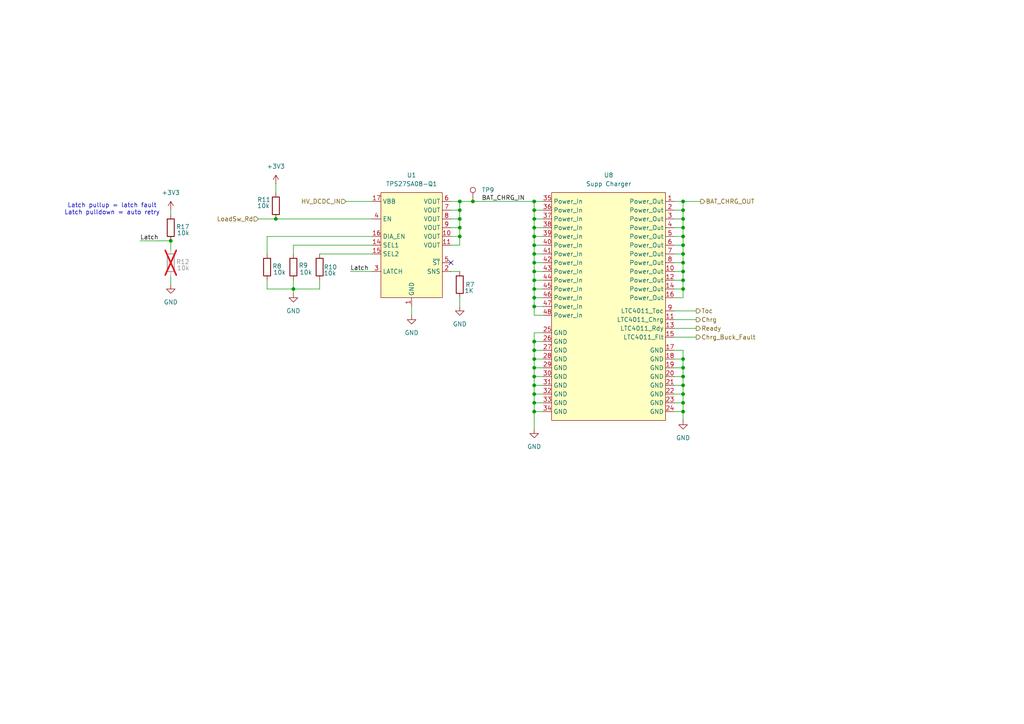
<source format=kicad_sch>
(kicad_sch (version 20250114) (generator "eeschema") (generator_version "9.0")
  (paper "A4")
  (lib_symbols
    (symbol "Connector:TestPoint" (pin_numbers (hide yes)) (pin_names (offset 0.762) (hide yes))
      (property "Reference" "TP" (at 0 6.858 0))
      (property "Value" "TestPoint" (at 0 5.08 0))
      (symbol "TestPoint_0_1"
        (circle (center 0 3.302) (radius 0.762))
      )
      (symbol "TestPoint_1_1"
        (pin passive line (at 0 0 90) (length 2.54) (name "1") (number "1"))
      )
    )
    (symbol "Device:R" (pin_numbers (hide yes)) (pin_names (offset 0))
      (property "Reference" "R" (at 2.032 0 90))
      (property "Value" "R" (at 0 0 90))
      (symbol "R_0_1"
        (rectangle (start -1.016 -2.54) (end 1.016 2.54) (stroke (width 0.254)))
      )
      (symbol "R_1_1"
        (pin passive line (at 0 3.81 270) (length 1.27) (name "~") (number "1"))
        (pin passive line (at 0 -3.81 90) (length 1.27) (name "~") (number "2"))
      )
    )
    (symbol "LED_1" (pin_numbers (hide yes)) (pin_names (offset 1.016) (hide yes))
      (property "Reference" "D" (at 0 2.54 0))
      (property "Value" "LED" (at 0 -2.54 0))
      (symbol "LED_1_0_1"
        (polyline (pts (xy -3.048 -0.762) (xy -4.572 -2.286) (xy -3.81 -2.286) (xy -4.572 -2.286) (xy -4.572 -1.524)))
        (polyline (pts (xy -1.778 -0.762) (xy -3.302 -2.286) (xy -2.54 -2.286) (xy -3.302 -2.286) (xy -3.302 -1.524)))
        (polyline (pts (xy -1.27 0) (xy 1.27 0)))
        (polyline (pts (xy -1.27 -1.27) (xy -1.27 1.27)) (stroke (width 0.254)))
        (polyline (pts (xy 1.27 -1.27) (xy 1.27 1.27) (xy -1.27 0) (xy 1.27 -1.27)) (stroke (width 0.254)))
      )
      (symbol "LED_1_1_1"
        (pin passive line (at -3.81 0 0) (length 2.54) (name "K") (number "1"))
        (pin passive line (at 3.81 0 180) (length 2.54) (name "A") (number "2"))
      )
    )
    (symbol "LV-Carrier:Supp_Charger"
      (property "Reference" "U" (at 0 32.004 0))
      (property "Value" "Supp Charger" (at 0 0 0))
      (symbol "Supp_Charger_1_1"
        (rectangle (start -16.51 30.48) (end 16.51 -35.56) (fill (type background)))
        (pin input line (at -19.05 27.94 0) (length 2.54) (name "Power_In") (number "35"))
        (pin input line (at -19.05 25.4 0) (length 2.54) (name "Power_In") (number "36"))
        (pin input line (at -19.05 22.86 0) (length 2.54) (name "Power_In") (number "37"))
        (pin input line (at -19.05 20.32 0) (length 2.54) (name "Power_In") (number "38"))
        (pin input line (at -19.05 17.78 0) (length 2.54) (name "Power_In") (number "39"))
        (pin input line (at -19.05 15.24 0) (length 2.54) (name "Power_In") (number "40"))
        (pin input line (at -19.05 12.7 0) (length 2.54) (name "Power_In") (number "41"))
        (pin input line (at -19.05 10.16 0) (length 2.54) (name "Power_In") (number "42"))
        (pin input line (at -19.05 7.62 0) (length 2.54) (name "Power_In") (number "43"))
        (pin input line (at -19.05 5.08 0) (length 2.54) (name "Power_In") (number "44"))
        (pin input line (at -19.05 2.54 0) (length 2.54) (name "Power_In") (number "45"))
        (pin input line (at -19.05 0 0) (length 2.54) (name "Power_In") (number "46"))
        (pin input line (at -19.05 -2.54 0) (length 2.54) (name "Power_In") (number "47"))
        (pin input line (at -19.05 -5.08 0) (length 2.54) (name "Power_In") (number "48"))
        (pin passive line (at -19.05 -10.16 0) (length 2.54) (name "GND") (number "25"))
        (pin passive line (at -19.05 -12.7 0) (length 2.54) (name "GND") (number "26"))
        (pin passive line (at -19.05 -15.24 0) (length 2.54) (name "GND") (number "27"))
        (pin passive line (at -19.05 -17.78 0) (length 2.54) (name "GND") (number "28"))
        (pin passive line (at -19.05 -20.32 0) (length 2.54) (name "GND") (number "29"))
        (pin passive line (at -19.05 -22.86 0) (length 2.54) (name "GND") (number "30"))
        (pin passive line (at -19.05 -25.4 0) (length 2.54) (name "GND") (number "31"))
        (pin passive line (at -19.05 -27.94 0) (length 2.54) (name "GND") (number "32"))
        (pin passive line (at -19.05 -30.48 0) (length 2.54) (name "GND") (number "33"))
        (pin passive line (at -19.05 -33.02 0) (length 2.54) (name "GND") (number "34"))
        (pin no_connect line (at -3.81 -38.1 90) (length 2.54) (hide yes) (name "MP") (number "49"))
        (pin no_connect line (at -1.27 -38.1 90) (length 2.54) (hide yes) (name "MP") (number "50"))
        (pin no_connect line (at 1.27 -38.1 90) (length 2.54) (hide yes) (name "MP") (number "51"))
        (pin no_connect line (at 3.81 -38.1 90) (length 2.54) (hide yes) (name "MP") (number "52"))
        (pin input line (at 19.05 27.94 180) (length 2.54) (name "Power_Out") (number "1"))
        (pin input line (at 19.05 25.4 180) (length 2.54) (name "Power_Out") (number "2"))
        (pin input line (at 19.05 22.86 180) (length 2.54) (name "Power_Out") (number "3"))
        (pin input line (at 19.05 20.32 180) (length 2.54) (name "Power_Out") (number "4"))
        (pin input line (at 19.05 17.78 180) (length 2.54) (name "Power_Out") (number "5"))
        (pin passive line (at 19.05 15.24 180) (length 2.54) (name "Power_Out") (number "6"))
        (pin passive line (at 19.05 12.7 180) (length 2.54) (name "Power_Out") (number "7"))
        (pin passive line (at 19.05 10.16 180) (length 2.54) (name "Power_Out") (number "8"))
        (pin passive line (at 19.05 7.62 180) (length 2.54) (name "Power_Out") (number "10"))
        (pin passive line (at 19.05 5.08 180) (length 2.54) (name "Power_Out") (number "12"))
        (pin passive line (at 19.05 2.54 180) (length 2.54) (name "Power_Out") (number "14"))
        (pin passive line (at 19.05 0 180) (length 2.54) (name "Power_Out") (number "16"))
        (pin output line (at 19.05 -3.81 180) (length 2.54) (name "LTC4011_Toc") (number "9"))
        (pin output line (at 19.05 -6.35 180) (length 2.54) (name "LTC4011_Chrg") (number "11"))
        (pin output line (at 19.05 -8.89 180) (length 2.54) (name "LTC4011_Rdy") (number "13"))
        (pin output line (at 19.05 -11.43 180) (length 2.54) (name "LTC4011_Flt") (number "15"))
        (pin passive line (at 19.05 -15.24 180) (length 2.54) (name "GND") (number "17"))
        (pin passive line (at 19.05 -17.78 180) (length 2.54) (name "GND") (number "18"))
        (pin passive line (at 19.05 -20.32 180) (length 2.54) (name "GND") (number "19"))
        (pin passive line (at 19.05 -22.86 180) (length 2.54) (name "GND") (number "20"))
        (pin passive line (at 19.05 -25.4 180) (length 2.54) (name "GND") (number "21"))
        (pin passive line (at 19.05 -27.94 180) (length 2.54) (name "GND") (number "22"))
        (pin passive line (at 19.05 -30.48 180) (length 2.54) (name "GND") (number "23"))
        (pin passive line (at 19.05 -33.02 180) (length 2.54) (name "GND") (number "24"))
      )
    )
    (symbol "LV-Carrier:TPS27SA08-Q1"
      (property "Reference" "U" (at 0 18.542 0))
      (property "Value" "TPS27SA08-Q1" (at 0 16.51 0))
      (symbol "TPS27SA08-Q1_1_0"
        (pin power_in line (at -11.43 12.7 0) (length 2.54) (name "VBB") (number "17"))
        (pin input line (at -11.43 7.62 0) (length 2.54) (name "EN") (number "4"))
        (pin input line (at -11.43 2.54 0) (length 2.54) (name "DIA_EN") (number "16"))
        (pin input line (at -11.43 0 0) (length 2.54) (name "SEL1") (number "14"))
        (pin input line (at -11.43 -2.54 0) (length 2.54) (name "SEL2") (number "15"))
        (pin input line (at -11.43 -7.62 0) (length 2.54) (name "LATCH") (number "3"))
        (pin no_connect line (at -11.43 -11.43 0) (length 2.54) (hide yes) (name "NC") (number "12"))
        (pin no_connect line (at -11.43 -13.97 0) (length 2.54) (hide yes) (name "NC") (number "13"))
        (pin power_out line (at 11.43 12.7 180) (length 2.54) (name "VOUT") (number "6"))
        (pin power_out line (at 11.43 10.16 180) (length 2.54) (name "VOUT") (number "7"))
        (pin power_out line (at 11.43 7.62 180) (length 2.54) (name "VOUT") (number "8"))
        (pin power_out line (at 11.43 5.08 180) (length 2.54) (name "VOUT") (number "9"))
        (pin power_out line (at 11.43 2.54 180) (length 2.54) (name "VOUT") (number "10"))
        (pin power_out line (at 11.43 0 180) (length 2.54) (name "VOUT") (number "11"))
        (pin output line (at 11.43 -5.08 180) (length 2.54) (name "~{ST}") (number "5"))
        (pin output line (at 11.43 -7.62 180) (length 2.54) (name "SNS") (number "2"))
      )
      (symbol "TPS27SA08-Q1_1_1"
        (rectangle (start -8.89 15.24) (end 8.89 -15.24) (fill (type background)))
        (pin passive line (at 0 -17.78 90) (length 2.54) (name "GND") (number "1"))
      )
    )
    (symbol "power:+3V3" (power) (pin_numbers (hide yes)) (pin_names (offset 0) (hide yes))
      (property "Value" "+3V3" (at 0 3.556 0))
      (symbol "+3V3_0_1"
        (polyline (pts (xy -0.762 1.27) (xy 0 2.54)))
        (polyline (pts (xy 0 2.54) (xy 0.762 1.27)))
        (polyline (pts (xy 0 0) (xy 0 2.54)))
      )
      (symbol "+3V3_1_1"
        (pin power_in line (at 0 0 90) (length 0) (name "~") (number "1"))
      )
    )
    (symbol "power:GND" (power) (pin_numbers (hide yes)) (pin_names (offset 0) (hide yes))
      (property "Value" "GND" (at 0 -3.81 0))
      (symbol "GND_0_1"
        (polyline (pts (xy 0 0) (xy 0 -1.27) (xy 1.27 -1.27) (xy 0 -2.54) (xy -1.27 -1.27) (xy 0 -1.27)))
      )
      (symbol "GND_1_1"
        (pin power_in line (at 0 0 270) (length 0) (name "~") (number "1"))
      )
    )
  )
  (text "Latch pullup = latch fault\nLatch pulldown = auto retry" (at 32.512 60.706 0) (effects (font (size 1.27 1.27))))
  (junction (at 198.12 63.5))
  (junction (at 154.94 76.2))
  (junction (at 133.35 66.04))
  (junction (at 198.12 114.3))
  (junction (at 198.12 119.38))
  (junction (at 198.12 60.96))
  (junction (at 198.12 109.22))
  (junction (at 198.12 111.76))
  (junction (at 154.94 86.36))
  (junction (at 198.12 116.84))
  (junction (at 198.12 78.74))
  (junction (at 154.94 116.84))
  (junction (at 154.94 99.06))
  (junction (at 154.94 66.04))
  (junction (at 49.53 69.85))
  (junction (at 154.94 81.28))
  (junction (at 154.94 58.42))
  (junction (at 133.35 58.42))
  (junction (at 154.94 60.96))
  (junction (at 198.12 76.2))
  (junction (at 154.94 88.9))
  (junction (at 198.12 68.58))
  (junction (at 198.12 66.04))
  (junction (at 133.35 63.5))
  (junction (at 80.01 63.5))
  (junction (at 198.12 73.66))
  (junction (at 154.94 83.82))
  (junction (at 154.94 68.58))
  (junction (at 154.94 101.6))
  (junction (at 198.12 106.68))
  (junction (at 85.09 83.82))
  (junction (at 198.12 104.14))
  (junction (at 154.94 104.14))
  (junction (at 154.94 109.22))
  (junction (at 198.12 71.12))
  (junction (at 133.35 68.58))
  (junction (at 154.94 114.3))
  (junction (at 154.94 111.76))
  (junction (at 154.94 73.66))
  (junction (at 198.12 58.42))
  (junction (at 154.94 71.12))
  (junction (at 133.35 60.96))
  (junction (at 137.16 58.42))
  (junction (at 198.12 83.82))
  (junction (at 154.94 119.38))
  (junction (at 154.94 106.68))
  (junction (at 154.94 63.5))
  (junction (at 154.94 78.74))
  (junction (at 198.12 81.28))
  (no_connect (at 130.81 76.2))
  (wire (pts (xy 92.71 73.66) (xy 107.95 73.66)))
  (wire (pts (xy 133.35 60.96) (xy 133.35 63.5)))
  (wire (pts (xy 198.12 106.68) (xy 198.12 109.22)))
  (wire (pts (xy 154.94 66.04) (xy 154.94 68.58)))
  (wire (pts (xy 85.09 81.28) (xy 85.09 83.82)))
  (wire (pts (xy 198.12 58.42) (xy 203.2 58.42)))
  (wire (pts (xy 198.12 81.28) (xy 198.12 83.82)))
  (wire (pts (xy 198.12 119.38) (xy 198.12 121.92)))
  (wire (pts (xy 154.94 96.52) (xy 157.48 96.52)))
  (wire (pts (xy 40.64 69.85) (xy 49.53 69.85)))
  (wire (pts (xy 130.81 63.5) (xy 133.35 63.5)))
  (wire (pts (xy 101.6 78.74) (xy 107.95 78.74)))
  (wire (pts (xy 154.94 81.28) (xy 154.94 83.82)))
  (wire (pts (xy 154.94 106.68) (xy 157.48 106.68)))
  (wire (pts (xy 154.94 104.14) (xy 154.94 106.68)))
  (wire (pts (xy 77.47 81.28) (xy 77.47 83.82)))
  (wire (pts (xy 195.58 68.58) (xy 198.12 68.58)))
  (wire (pts (xy 154.94 78.74) (xy 154.94 81.28)))
  (wire (pts (xy 154.94 86.36) (xy 157.48 86.36)))
  (wire (pts (xy 195.58 109.22) (xy 198.12 109.22)))
  (wire (pts (xy 154.94 106.68) (xy 154.94 109.22)))
  (wire (pts (xy 198.12 60.96) (xy 198.12 63.5)))
  (wire (pts (xy 154.94 73.66) (xy 154.94 76.2)))
  (wire (pts (xy 154.94 96.52) (xy 154.94 99.06)))
  (wire (pts (xy 198.12 111.76) (xy 198.12 114.3)))
  (wire (pts (xy 154.94 63.5) (xy 157.48 63.5)))
  (wire (pts (xy 154.94 66.04) (xy 157.48 66.04)))
  (wire (pts (xy 195.58 116.84) (xy 198.12 116.84)))
  (wire (pts (xy 154.94 114.3) (xy 154.94 116.84)))
  (wire (pts (xy 154.94 116.84) (xy 157.48 116.84)))
  (wire (pts (xy 198.12 68.58) (xy 198.12 71.12)))
  (wire (pts (xy 154.94 99.06) (xy 154.94 101.6)))
  (wire (pts (xy 137.16 58.42) (xy 154.94 58.42)))
  (wire (pts (xy 154.94 116.84) (xy 154.94 119.38)))
  (wire (pts (xy 133.35 63.5) (xy 133.35 66.04)))
  (wire (pts (xy 195.58 119.38) (xy 198.12 119.38)))
  (wire (pts (xy 154.94 99.06) (xy 157.48 99.06)))
  (wire (pts (xy 154.94 88.9) (xy 154.94 91.44)))
  (wire (pts (xy 77.47 83.82) (xy 85.09 83.82)))
  (wire (pts (xy 49.53 69.85) (xy 49.53 72.39)))
  (wire (pts (xy 130.81 78.74) (xy 133.35 78.74)))
  (wire (pts (xy 154.94 109.22) (xy 157.48 109.22)))
  (wire (pts (xy 154.94 68.58) (xy 154.94 71.12)))
  (wire (pts (xy 130.81 58.42) (xy 133.35 58.42)))
  (wire (pts (xy 80.01 63.5) (xy 107.95 63.5)))
  (wire (pts (xy 154.94 60.96) (xy 157.48 60.96)))
  (wire (pts (xy 130.81 68.58) (xy 133.35 68.58)))
  (wire (pts (xy 195.58 66.04) (xy 198.12 66.04)))
  (wire (pts (xy 195.58 76.2) (xy 198.12 76.2)))
  (wire (pts (xy 133.35 66.04) (xy 133.35 68.58)))
  (wire (pts (xy 77.47 68.58) (xy 107.95 68.58)))
  (wire (pts (xy 130.81 71.12) (xy 133.35 71.12)))
  (wire (pts (xy 154.94 83.82) (xy 154.94 86.36)))
  (wire (pts (xy 85.09 71.12) (xy 107.95 71.12)))
  (wire (pts (xy 133.35 58.42) (xy 133.35 60.96)))
  (wire (pts (xy 80.01 53.34) (xy 80.01 55.88)))
  (wire (pts (xy 77.47 68.58) (xy 77.47 73.66)))
  (wire (pts (xy 195.58 81.28) (xy 198.12 81.28)))
  (wire (pts (xy 154.94 91.44) (xy 157.48 91.44)))
  (wire (pts (xy 154.94 88.9) (xy 157.48 88.9)))
  (wire (pts (xy 130.81 60.96) (xy 133.35 60.96)))
  (wire (pts (xy 154.94 76.2) (xy 154.94 78.74)))
  (wire (pts (xy 130.81 66.04) (xy 133.35 66.04)))
  (wire (pts (xy 195.58 97.79) (xy 201.93 97.79)))
  (wire (pts (xy 154.94 114.3) (xy 157.48 114.3)))
  (wire (pts (xy 133.35 68.58) (xy 133.35 71.12)))
  (wire (pts (xy 195.58 63.5) (xy 198.12 63.5)))
  (wire (pts (xy 154.94 86.36) (xy 154.94 88.9)))
  (wire (pts (xy 133.35 58.42) (xy 137.16 58.42)))
  (wire (pts (xy 198.12 104.14) (xy 198.12 106.68)))
  (wire (pts (xy 154.94 71.12) (xy 154.94 73.66)))
  (wire (pts (xy 154.94 60.96) (xy 154.94 63.5)))
  (wire (pts (xy 198.12 76.2) (xy 198.12 78.74)))
  (wire (pts (xy 154.94 119.38) (xy 154.94 124.46)))
  (wire (pts (xy 154.94 78.74) (xy 157.48 78.74)))
  (wire (pts (xy 198.12 66.04) (xy 198.12 68.58)))
  (wire (pts (xy 133.35 86.36) (xy 133.35 88.9)))
  (wire (pts (xy 85.09 85.09) (xy 85.09 83.82)))
  (wire (pts (xy 195.58 90.17) (xy 201.93 90.17)))
  (wire (pts (xy 92.71 81.28) (xy 92.71 83.82)))
  (wire (pts (xy 198.12 109.22) (xy 198.12 111.76)))
  (wire (pts (xy 198.12 73.66) (xy 198.12 76.2)))
  (wire (pts (xy 154.94 111.76) (xy 154.94 114.3)))
  (wire (pts (xy 195.58 104.14) (xy 198.12 104.14)))
  (wire (pts (xy 198.12 78.74) (xy 198.12 81.28)))
  (wire (pts (xy 195.58 106.68) (xy 198.12 106.68)))
  (wire (pts (xy 198.12 114.3) (xy 198.12 116.84)))
  (wire (pts (xy 119.38 88.9) (xy 119.38 91.44)))
  (wire (pts (xy 154.94 63.5) (xy 154.94 66.04)))
  (wire (pts (xy 154.94 68.58) (xy 157.48 68.58)))
  (wire (pts (xy 154.94 81.28) (xy 157.48 81.28)))
  (wire (pts (xy 195.58 114.3) (xy 198.12 114.3)))
  (wire (pts (xy 85.09 71.12) (xy 85.09 73.66)))
  (wire (pts (xy 195.58 92.71) (xy 201.93 92.71)))
  (wire (pts (xy 195.58 78.74) (xy 198.12 78.74)))
  (wire (pts (xy 49.53 60.96) (xy 49.53 62.23)))
  (wire (pts (xy 154.94 104.14) (xy 157.48 104.14)))
  (wire (pts (xy 154.94 109.22) (xy 154.94 111.76)))
  (wire (pts (xy 198.12 116.84) (xy 198.12 119.38)))
  (wire (pts (xy 154.94 58.42) (xy 154.94 60.96)))
  (wire (pts (xy 154.94 76.2) (xy 157.48 76.2)))
  (wire (pts (xy 195.58 60.96) (xy 198.12 60.96)))
  (wire (pts (xy 195.58 71.12) (xy 198.12 71.12)))
  (wire (pts (xy 85.09 83.82) (xy 92.71 83.82)))
  (wire (pts (xy 198.12 71.12) (xy 198.12 73.66)))
  (wire (pts (xy 198.12 83.82) (xy 198.12 86.36)))
  (wire (pts (xy 154.94 119.38) (xy 157.48 119.38)))
  (wire (pts (xy 49.53 80.01) (xy 49.53 82.55)))
  (wire (pts (xy 154.94 71.12) (xy 157.48 71.12)))
  (wire (pts (xy 154.94 111.76) (xy 157.48 111.76)))
  (wire (pts (xy 100.33 58.42) (xy 107.95 58.42)))
  (wire (pts (xy 154.94 101.6) (xy 154.94 104.14)))
  (wire (pts (xy 154.94 73.66) (xy 157.48 73.66)))
  (wire (pts (xy 154.94 58.42) (xy 157.48 58.42)))
  (wire (pts (xy 198.12 58.42) (xy 198.12 60.96)))
  (wire (pts (xy 74.93 63.5) (xy 80.01 63.5)))
  (wire (pts (xy 195.58 86.36) (xy 198.12 86.36)))
  (wire (pts (xy 154.94 83.82) (xy 157.48 83.82)))
  (wire (pts (xy 195.58 95.25) (xy 201.93 95.25)))
  (wire (pts (xy 195.58 58.42) (xy 198.12 58.42)))
  (wire (pts (xy 195.58 111.76) (xy 198.12 111.76)))
  (wire (pts (xy 198.12 63.5) (xy 198.12 66.04)))
  (wire (pts (xy 154.94 101.6) (xy 157.48 101.6)))
  (wire (pts (xy 195.58 83.82) (xy 198.12 83.82)))
  (wire (pts (xy 198.12 101.6) (xy 198.12 104.14)))
  (wire (pts (xy 195.58 73.66) (xy 198.12 73.66)))
  (wire (pts (xy 195.58 101.6) (xy 198.12 101.6)))
  (label "Latch" (at 101.6 78.74 0))
  (label "Latch" (at 40.64 69.85 0))
  (label "BAT_CHRG_IN" (at 139.7 58.42 0))
  (hierarchical_label "Ready" (shape output) (at 201.93 95.25 0))
  (hierarchical_label "Chrg_Buck_Fault" (shape output) (at 201.93 97.79 0))
  (hierarchical_label "BAT_CHRG_OUT" (shape output) (at 203.2 58.42 0))
  (hierarchical_label "HV_DCDC_IN" (shape input) (at 100.33 58.42 180))
  (hierarchical_label "Chrg" (shape output) (at 201.93 92.71 0))
  (hierarchical_label "Toc" (shape output) (at 201.93 90.17 0))
  (hierarchical_label "LoadSw_Rd" (shape input) (at 74.93 63.5 180))
  (symbol (lib_id "LV-Carrier:TPS27SA08-Q1") (at 119.38 71.12 0) (unit 1)
    (property "Reference" "U1" (at 119.38 50.8 0))
    (property "Value" "TPS27SA08-Q1" (at 119.38 53.34 0))
    (property "Footprint" "Package_SO:HTSSOP-16-1EP_4.4x5mm_P0.65mm_EP3.4x5mm_Mask2.66x2.46mm_ThermalVias" (effects (hide yes)))
    (property "Datasheet" "https://www.ti.com/lit/ds/symlink/tps27sa08-q1.pdf?ts=1760897448253&ref_url=https%253A%252F%252Fwww.ti.com%252Fproduct%252FTPS27SA08-Q1%253Futm_source%253Dgoogle%2526utm_medium%253Dcpc%2526utm_campaign%253Dapp-null-null-GPN_EN-cpc-pf-google-ww_en_cons%2526utm_content%253DTPS27SA08-Q1%2526ds_k%253DTPS27SA08-Q1%2526DCM%253Dyes%2526gclsrc%253Daw.ds%2526gad_source%253D1%2526gad_campaignid%253D1767856010%2526gbraid%253D0AAAAAC068F1DAP2NUgOKtnxmftILoErQS%2526gclid%253DCjwKCAjwmNLHBhA4EiwA3ts3mRPWd_BxRD_f-8Wh_SD3kf17-5yggfiRc6wwDkrZgtgTGZBkX-KuZxoC4nYQAvD_BwE" (effects (hide yes)))
    (property "P/N" "TPS27SA08CQPWPRQ1" (effects (hide yes)))
    (property "Mouser P/N" "595-PS27SA08CQPWPRQ1" (effects (hide yes)))
    (property "Digikey P/N" "296-TPS27SA08CQPWPRQ1CT-ND" (effects (hide yes)))
  )
  (symbol (lib_id "Device:R") (at 77.47 77.47 0) (unit 1)
    (property "Reference" "R8" (at 78.994 77.2159 0) (effects (justify left)))
    (property "Value" "10k" (at 79.248 78.994 0) (effects (justify left)))
    (property "Footprint" "Resistor_SMD:R_0603_1608Metric" (effects (hide yes)))
    (property "Description" "Resistor" (effects (hide yes)))
    (property "P/N" "CRCW060310K0FKEI " (effects (hide yes)))
  )
  (symbol (lib_id "LV-Carrier:Supp_Charger") (at 176.53 86.36 0) (unit 1)
    (property "Reference" "U8" (at 176.53 50.8 0))
    (property "Value" "Supp Charger" (at 176.53 53.34 0))
    (property "Footprint" "LV Carrier Library:SuppCharger" (effects (hide yes)))
    (property "Datasheet" "https://www.digikey.com/en/products/detail/molex/0533072471/3197073" (effects (hide yes)))
    (property "P/N" "53307-2471" (effects (hide yes)))
  )
  (symbol (lib_id "Device:R") (at 133.35 82.55 180) (unit 1)
    (property "Reference" "R7" (at 137.668 82.55 0) (effects (justify left)))
    (property "Value" "1K" (at 137.414 84.328 0) (effects (justify left)))
    (property "Footprint" "Resistor_SMD:R_0603_1608Metric" (effects (hide yes)))
    (property "Datasheet" "https://www.mouser.com/ProductDetail/Vishay/CRCW06031K00FKEI?qs=%252B6g0mu59x7LmDUigK4duvw%3D%3D&srsltid=AfmBOoqF9GONDUJYDE9GflY9H2dUIvbspnNmv7xXZqZWZtvh_v6upqXa" (effects (hide yes)))
    (property "Description" "Resistor" (effects (hide yes)))
    (property "P/N" "CRCW06031K00FKEI " (effects (hide yes)))
  )
  (symbol (lib_id "power:GND") (at 133.35 88.9 0) (unit 1)
    (property "Reference" "#PWR022" (effects (hide yes)))
    (property "Value" "GND" (at 133.35 93.98 0))
    (property "Description" "Power symbol creates a global label with name \"GND\" , ground" (effects (hide yes)))
  )
  (symbol (lib_id "Device:R") (at 80.01 59.69 180) (unit 1)
    (property "Reference" "R11" (at 78.486 57.912 0) (effects (justify left)))
    (property "Value" "10k" (at 78.232 59.6899 0) (effects (justify left)))
    (property "Footprint" "Resistor_SMD:R_0603_1608Metric" (effects (hide yes)))
    (property "Description" "Resistor" (effects (hide yes)))
    (property "P/N" "CRCW060310K0FKEI " (effects (hide yes)))
  )
  (symbol (lib_id "power:GND") (at 85.09 85.09 0) (unit 1)
    (property "Reference" "#PWR020" (effects (hide yes)))
    (property "Value" "GND" (at 85.09 90.17 0))
    (property "Description" "Power symbol creates a global label with name \"GND\" , ground" (effects (hide yes)))
  )
  (symbol (lib_id "Device:R") (at 92.71 77.47 180) (unit 1)
    (property "Reference" "R10" (at 97.79 77.47 0) (effects (justify left)))
    (property "Value" "10k" (at 97.536 79.248 0) (effects (justify left)))
    (property "Footprint" "Resistor_SMD:R_0603_1608Metric" (effects (hide yes)))
    (property "Description" "Resistor" (effects (hide yes)))
    (property "P/N" "CRCW060310K0FKEI " (effects (hide yes)))
  )
  (symbol (lib_id "power:+3V3") (at 49.53 60.96 0) (unit 1)
    (property "Reference" "#PWR026" (effects (hide yes)))
    (property "Value" "+3V3" (at 49.53 55.88 0))
    (property "Description" "Power symbol creates a global label with name \"+3V3\"" (effects (hide yes)))
  )
  (symbol (lib_id "Device:R") (at 85.09 77.47 0) (unit 1)
    (property "Reference" "R9" (at 86.614 76.9619 0) (effects (justify left)))
    (property "Value" "10k" (at 86.868 78.994 0) (effects (justify left)))
    (property "Footprint" "Resistor_SMD:R_0603_1608Metric" (effects (hide yes)))
    (property "Description" "Resistor" (effects (hide yes)))
    (property "P/N" "CRCW060310K0FKEI " (effects (hide yes)))
  )
  (symbol (lib_id "power:GND") (at 119.38 91.44 0) (unit 1)
    (property "Reference" "#PWR016" (effects (hide yes)))
    (property "Value" "GND" (at 119.38 96.52 0))
    (property "Description" "Power symbol creates a global label with name \"GND\" , ground" (effects (hide yes)))
  )
  (symbol (lib_id "Device:R") (at 49.53 76.2 0) (unit 1) (dnp yes)
    (property "Reference" "R12" (at 51.054 75.9459 0) (effects (justify left)))
    (property "Value" "10k" (at 51.308 77.724 0) (effects (justify left)))
    (property "Footprint" "Resistor_SMD:R_0603_1608Metric" (effects (hide yes)))
    (property "Description" "Resistor" (effects (hide yes)))
    (property "P/N" "CRCW060310K0FKEI " (effects (hide yes)))
  )
  (symbol (lib_id "power:GND") (at 198.12 121.92 0) (unit 1)
    (property "Reference" "#PWR013" (effects (hide yes)))
    (property "Value" "GND" (at 198.12 127 0))
    (property "Description" "Power symbol creates a global label with name \"GND\" , ground" (effects (hide yes)))
  )
  (symbol (lib_id "Device:R") (at 49.53 66.04 0) (unit 1)
    (property "Reference" "R17" (at 51.054 65.7859 0) (effects (justify left)))
    (property "Value" "10k" (at 51.308 67.564 0) (effects (justify left)))
    (property "Footprint" "Resistor_SMD:R_0603_1608Metric" (effects (hide yes)))
    (property "Description" "Resistor" (effects (hide yes)))
    (property "P/N" "CRCW060310K0FKEI " (effects (hide yes)))
  )
  (symbol (lib_id "power:GND") (at 49.53 82.55 0) (unit 1)
    (property "Reference" "#PWR027" (effects (hide yes)))
    (property "Value" "GND" (at 49.53 87.63 0))
    (property "Description" "Power symbol creates a global label with name \"GND\" , ground" (effects (hide yes)))
  )
  (symbol (lib_id "Connector:TestPoint") (at 137.16 58.42 0) (unit 1)
    (property "Reference" "TP9" (at 139.7 55.1179 0) (effects (justify left)))
    (property "Value" "TestPoint" (effects (hide yes)))
    (property "Footprint" "TestPoint:TestPoint_Pad_D2.5mm" (effects (hide yes)))
    (property "Description" "test point" (effects (hide yes)))
  )
  (symbol (lib_id "power:+3V3") (at 80.01 53.34 0) (unit 1)
    (property "Reference" "#PWR018" (effects (hide yes)))
    (property "Value" "+3V3" (at 80.01 48.26 0))
    (property "Description" "Power symbol creates a global label with name \"+3V3\"" (effects (hide yes)))
  )
  (symbol (lib_id "power:GND") (at 154.94 124.46 0) (unit 1)
    (property "Reference" "#PWR03" (effects (hide yes)))
    (property "Value" "GND" (at 154.94 129.54 0))
    (property "Description" "Power symbol creates a global label with name \"GND\" , ground" (effects (hide yes)))
  )
)
</source>
